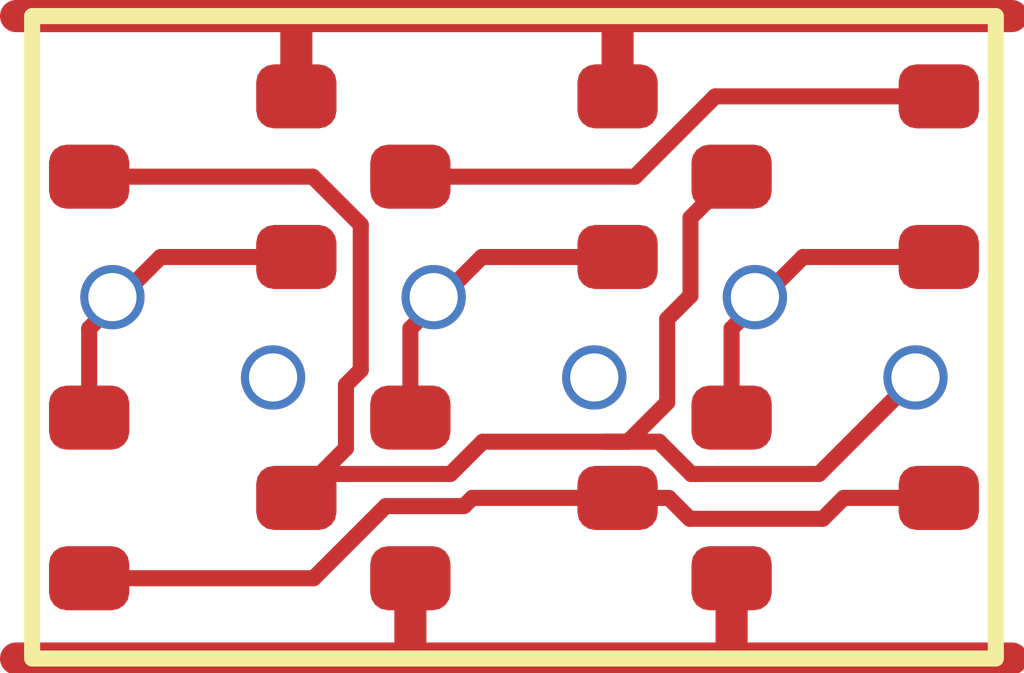
<source format=kicad_pcb>
(kicad_pcb (version 20241229) (generator "pcbnew") (generator_version "9.0")
  (layers (0 "F.Cu" signal) (2 "B.Cu" signal) (13 "F.Paste" user) (15 "B.Paste" user) (5 "F.SilkS" user "F.Silkscreen") (7 "B.SilkS" user "B.Silkscreen") (1 "F.Mask" user) (3 "B.Mask" user) (25 "Edge.Cuts" user))
  (net 0 "")
  (net 1 "GND")
  (net 2 "Y")
  (net 3 "B1")
  (net 4 "intB")
  (net 5 "B2")
  (net 6 "intP")
  (net 7 "VDD")
  (net 8 "A")
  (footprint "RV523:SOT523" (layer "F.Cu") (at 3 3)
    (property "Reference" "P2" (hide yes))
    (property "Value" "PMOS" (hide yes))
    (pad "1" smd roundrect (at -0.645 -0.5 180) (size 0.5 0.399) (layers "F.Cu" "F.Mask" "F.Paste") (roundrect_rratio 0.275) (net 3 "B1"))
    (pad "2" smd roundrect (at -0.645 0.5 180) (size 0.5 0.399) (layers "F.Cu" "F.Mask" "F.Paste") (roundrect_rratio 0.275) (net 7 "VDD"))
    (pad "3" smd roundrect (at 0.645 0 180) (size 0.5 0.399) (layers "F.Cu" "F.Mask" "F.Paste") (roundrect_rratio 0.275) (net 6 "intP"))
  )
  (footprint "RV523:SOT523" (layer "F.Cu") (at 1 1 180)
    (property "Reference" "N1" (hide yes))
    (property "Value" "NMOS" (hide yes))
    (pad "1" smd roundrect (at -0.645 -0.5) (size 0.5 0.399) (layers "F.Cu" "F.Mask" "F.Paste") (roundrect_rratio 0.275) (net 8 "A"))
    (pad "2" smd roundrect (at -0.645 0.5) (size 0.5 0.399) (layers "F.Cu" "F.Mask" "F.Paste") (roundrect_rratio 0.275) (net 1 "GND"))
    (pad "3" smd roundrect (at 0.645 0) (size 0.5 0.399) (layers "F.Cu" "F.Mask" "F.Paste") (roundrect_rratio 0.275) (net 2 "Y"))
  )
  (footprint "RV523:SOT523" (layer "F.Cu") (at 1 3)
    (property "Reference" "P1" (hide yes))
    (property "Value" "PMOS" (hide yes))
    (pad "1" smd roundrect (at -0.645 -0.5 180) (size 0.5 0.399) (layers "F.Cu" "F.Mask" "F.Paste") (roundrect_rratio 0.275) (net 8 "A"))
    (pad "2" smd roundrect (at -0.645 0.5 180) (size 0.5 0.399) (layers "F.Cu" "F.Mask" "F.Paste") (roundrect_rratio 0.275) (net 6 "intP"))
    (pad "3" smd roundrect (at 0.645 0 180) (size 0.5 0.399) (layers "F.Cu" "F.Mask" "F.Paste") (roundrect_rratio 0.275) (net 2 "Y"))
  )
  (footprint "RV523:SOT523" (layer "F.Cu") (at 5 1 180)
    (property "Reference" "N3" (hide yes))
    (property "Value" "NMOS" (hide yes))
    (pad "1" smd roundrect (at -0.645 -0.5) (size 0.5 0.399) (layers "F.Cu" "F.Mask" "F.Paste") (roundrect_rratio 0.275) (net 5 "B2"))
    (pad "2" smd roundrect (at -0.645 0.5) (size 0.5 0.399) (layers "F.Cu" "F.Mask" "F.Paste") (roundrect_rratio 0.275) (net 4 "intB"))
    (pad "3" smd roundrect (at 0.645 0) (size 0.5 0.399) (layers "F.Cu" "F.Mask" "F.Paste") (roundrect_rratio 0.275) (net 2 "Y"))
  )
  (footprint "RV523:SOT523" (layer "F.Cu") (at 3 1 180)
    (property "Reference" "N2" (hide yes))
    (property "Value" "NMOS" (hide yes))
    (pad "1" smd roundrect (at -0.645 -0.5) (size 0.5 0.399) (layers "F.Cu" "F.Mask" "F.Paste") (roundrect_rratio 0.275) (net 3 "B1"))
    (pad "2" smd roundrect (at -0.645 0.5) (size 0.5 0.399) (layers "F.Cu" "F.Mask" "F.Paste") (roundrect_rratio 0.275) (net 1 "GND"))
    (pad "3" smd roundrect (at 0.645 0) (size 0.5 0.399) (layers "F.Cu" "F.Mask" "F.Paste") (roundrect_rratio 0.275) (net 4 "intB"))
  )
  (footprint "RV523:SOT523" (layer "F.Cu") (at 5 3)
    (property "Reference" "P3" (hide yes))
    (property "Value" "PMOS" (hide yes))
    (pad "1" smd roundrect (at -0.645 -0.5 180) (size 0.5 0.399) (layers "F.Cu" "F.Mask" "F.Paste") (roundrect_rratio 0.275) (net 5 "B2"))
    (pad "2" smd roundrect (at -0.645 0.5 180) (size 0.5 0.399) (layers "F.Cu" "F.Mask" "F.Paste") (roundrect_rratio 0.275) (net 7 "VDD"))
    (pad "3" smd roundrect (at 0.645 0 180) (size 0.5 0.399) (layers "F.Cu" "F.Mask" "F.Paste") (roundrect_rratio 0.275) (net 6 "intP"))
  )
  (gr_rect (start 0 0) (end 6 4) (stroke (width 0.1)) (fill no) (layer "F.SilkS"))
  (via (at 1.5 2.25) (size 0.4) (drill 0.3) (layers "F.Cu" "B.Cu") (net 0))
  (via (at 3.5 2.25) (size 0.4) (drill 0.3) (layers "F.Cu" "B.Cu") (net 0))
  (segment (start 3.645 0.045) (end 3.6 0) (width 0.2) (layer "F.Cu") (net 1))
  (segment (start 1.645 0.055) (end 1.59 0) (width 0.2) (layer "F.Cu") (net 1))
  (segment (start 1.59 0) (end 3.6 0) (width 0.2) (layer "F.Cu") (net 1))
  (segment (start -0.1 0) (end 1.59 0) (width 0.2) (layer "F.Cu") (net 1))
  (segment (start 3.6 0) (end 6.1 0) (width 0.2) (layer "F.Cu") (net 1))
  (segment (start 3.645 0.5) (end 3.645 0.045) (width 0.2) (layer "F.Cu") (net 1))
  (segment (start 1.645 0.5) (end 1.645 0.055) (width 0.2) (layer "F.Cu") (net 1))
  (segment (start 4.099 1.741) (end 4.099 1.256) (width 0.1) (layer "F.Cu") (net 2))
  (segment (start 1.747158 1) (end 2.046 1.298842) (width 0.1) (layer "F.Cu") (net 2))
  (segment (start 1.954 2.691) (end 1.645 3) (width 0.1) (layer "F.Cu") (net 2))
  (segment (start 2.604744 2.851) (end 2.805744 2.65) (width 0.1) (layer "F.Cu") (net 2))
  (segment (start 1.645 3) (end 1.794 2.851) (width 0.1) (layer "F.Cu") (net 2))
  (segment (start 3.954 2.406) (end 3.954 1.886) (width 0.1) (layer "F.Cu") (net 2))
  (segment (start 2.046 2.204) (end 1.954 2.296) (width 0.1) (layer "F.Cu") (net 2))
  (segment (start 3.57 2.65) (end 3.902842 2.65) (width 0.1) (layer "F.Cu") (net 2))
  (segment (start 3.902842 2.65) (end 4.103842 2.851) (width 0.1) (layer "F.Cu") (net 2))
  (segment (start 0.355 1) (end 1.747158 1) (width 0.1) (layer "F.Cu") (net 2))
  (segment (start 3.954 1.886) (end 4.099 1.741) (width 0.1) (layer "F.Cu") (net 2))
  (segment (start 1.954 2.296) (end 1.954 2.691) (width 0.1) (layer "F.Cu") (net 2))
  (segment (start 2.805744 2.65) (end 3.57 2.65) (width 0.1) (layer "F.Cu") (net 2))
  (segment (start 3.57 2.65) (end 3.71 2.65) (width 0.1) (layer "F.Cu") (net 2))
  (segment (start 4.099 1.256) (end 4.355 1) (width 0.1) (layer "F.Cu") (net 2))
  (segment (start 1.794 2.851) (end 2.604744 2.851) (width 0.1) (layer "F.Cu") (net 2))
  (segment (start 4.103842 2.851) (end 4.899 2.851) (width 0.1) (layer "F.Cu") (net 2))
  (segment (start 3.71 2.65) (end 3.954 2.406) (width 0.1) (layer "F.Cu") (net 2))
  (segment (start 2.046 1.298842) (end 2.046 2.204) (width 0.1) (layer "F.Cu") (net 2))
  (segment (start 4.899 2.851) (end 5.5 2.25) (width 0.1) (layer "F.Cu") (net 2))
  (via (at 5.5 2.25) (size 0.4) (drill 0.3) (layers "F.Cu" "B.Cu") (net 2))
  (segment (start 2.355 1.945) (end 2.5 1.8) (width 0.1) (layer "F.Cu") (net 3))
  (segment (start 2.8 1.5) (end 2.5 1.8) (width 0.1) (layer "F.Cu") (net 3))
  (segment (start 3.645 1.5) (end 2.8 1.5) (width 0.1) (layer "F.Cu") (net 3))
  (segment (start 2.355 2.5) (end 2.355 1.945) (width 0.1) (layer "F.Cu") (net 3))
  (via (at 2.5 1.75) (size 0.4) (drill 0.3) (layers "F.Cu" "B.Cu") (net 3))
  (segment (start 3.752842 1) (end 2.355 1) (width 0.1) (layer "F.Cu") (net 4))
  (segment (start 4.252842 0.5) (end 3.752842 1) (width 0.1) (layer "F.Cu") (net 4))
  (segment (start 5.645 0.5) (end 4.252842 0.5) (width 0.1) (layer "F.Cu") (net 4))
  (segment (start 4.355 1.945) (end 4.5 1.8) (width 0.1) (layer "F.Cu") (net 5))
  (segment (start 4.8 1.5) (end 4.5 1.8) (width 0.1) (layer "F.Cu") (net 5))
  (segment (start 4.355 2.5) (end 4.355 1.945) (width 0.1) (layer "F.Cu") (net 5))
  (segment (start 5.645 1.5) (end 4.8 1.5) (width 0.1) (layer "F.Cu") (net 5))
  (via (at 4.5 1.75) (size 0.4) (drill 0.3) (layers "F.Cu" "B.Cu") (net 5))
  (segment (start 2.740001 3) (end 3.645 3) (width 0.1) (layer "F.Cu") (net 6))
  (segment (start 3.964315 3) (end 4.094315 3.13) (width 0.1) (layer "F.Cu") (net 6))
  (segment (start 0.355 3.5) (end 1.752842 3.5) (width 0.1) (layer "F.Cu") (net 6))
  (segment (start 1.752842 3.5) (end 2.201842 3.051) (width 0.1) (layer "F.Cu") (net 6))
  (segment (start 2.201842 3.051) (end 2.689 3.051) (width 0.1) (layer "F.Cu") (net 6))
  (segment (start 4.094315 3.13) (end 4.922842 3.13) (width 0.1) (layer "F.Cu") (net 6))
  (segment (start 2.689 3.051) (end 2.740001 3) (width 0.1) (layer "F.Cu") (net 6))
  (segment (start 3.645 3) (end 3.964315 3) (width 0.1) (layer "F.Cu") (net 6))
  (segment (start 5.052842 3) (end 5.645 3) (width 0.1) (layer "F.Cu") (net 6))
  (segment (start 4.922842 3.13) (end 5.052842 3) (width 0.1) (layer "F.Cu") (net 6))
  (segment (start 4.355 3.5) (end 4.355 3.955) (width 0.2) (layer "F.Cu") (net 7))
  (segment (start 2.355 3.5) (end 2.355 3.965) (width 0.2) (layer "F.Cu") (net 7))
  (segment (start 2.355 3.965) (end 2.39 4) (width 0.2) (layer "F.Cu") (net 7))
  (segment (start -0.1 4) (end 2.39 4) (width 0.2) (layer "F.Cu") (net 7))
  (segment (start 4.355 3.955) (end 4.4 4) (width 0.2) (layer "F.Cu") (net 7))
  (segment (start 4.4 4) (end 6.1 4) (width 0.2) (layer "F.Cu") (net 7))
  (segment (start 2.39 4) (end 4.4 4) (width 0.2) (layer "F.Cu") (net 7))
  (segment (start 0.355 2.5) (end 0.355 1.945) (width 0.1) (layer "F.Cu") (net 8))
  (segment (start 0.355 1.945) (end 0.5 1.8) (width 0.1) (layer "F.Cu") (net 8))
  (segment (start 1.645 1.5) (end 0.8 1.5) (width 0.1) (layer "F.Cu") (net 8))
  (segment (start 0.8 1.5) (end 0.5 1.8) (width 0.1) (layer "F.Cu") (net 8))
  (via (at 0.5 1.75) (size 0.4) (drill 0.3) (layers "F.Cu" "B.Cu") (net 8))
)
</source>
